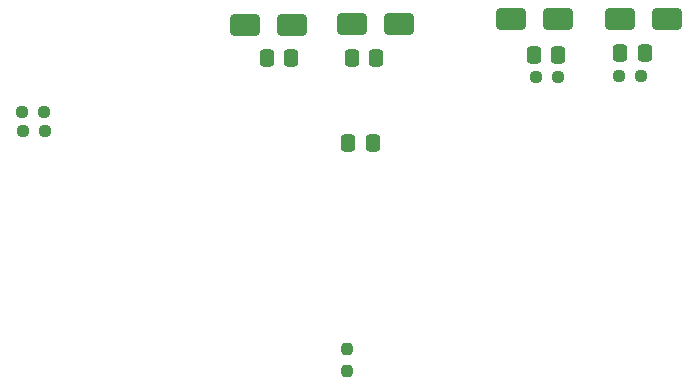
<source format=gbr>
%TF.GenerationSoftware,KiCad,Pcbnew,8.0.1*%
%TF.CreationDate,2024-04-22T23:19:19-07:00*%
%TF.ProjectId,ThrottleControlBoard,5468726f-7474-46c6-9543-6f6e74726f6c,rev?*%
%TF.SameCoordinates,Original*%
%TF.FileFunction,Paste,Bot*%
%TF.FilePolarity,Positive*%
%FSLAX46Y46*%
G04 Gerber Fmt 4.6, Leading zero omitted, Abs format (unit mm)*
G04 Created by KiCad (PCBNEW 8.0.1) date 2024-04-22 23:19:19*
%MOMM*%
%LPD*%
G01*
G04 APERTURE LIST*
G04 Aperture macros list*
%AMRoundRect*
0 Rectangle with rounded corners*
0 $1 Rounding radius*
0 $2 $3 $4 $5 $6 $7 $8 $9 X,Y pos of 4 corners*
0 Add a 4 corners polygon primitive as box body*
4,1,4,$2,$3,$4,$5,$6,$7,$8,$9,$2,$3,0*
0 Add four circle primitives for the rounded corners*
1,1,$1+$1,$2,$3*
1,1,$1+$1,$4,$5*
1,1,$1+$1,$6,$7*
1,1,$1+$1,$8,$9*
0 Add four rect primitives between the rounded corners*
20,1,$1+$1,$2,$3,$4,$5,0*
20,1,$1+$1,$4,$5,$6,$7,0*
20,1,$1+$1,$6,$7,$8,$9,0*
20,1,$1+$1,$8,$9,$2,$3,0*%
G04 Aperture macros list end*
%ADD10RoundRect,0.250000X-1.000000X-0.650000X1.000000X-0.650000X1.000000X0.650000X-1.000000X0.650000X0*%
%ADD11RoundRect,0.250000X1.000000X0.650000X-1.000000X0.650000X-1.000000X-0.650000X1.000000X-0.650000X0*%
%ADD12RoundRect,0.250000X-0.337500X-0.475000X0.337500X-0.475000X0.337500X0.475000X-0.337500X0.475000X0*%
%ADD13RoundRect,0.250000X0.337500X0.475000X-0.337500X0.475000X-0.337500X-0.475000X0.337500X-0.475000X0*%
%ADD14RoundRect,0.237500X0.250000X0.237500X-0.250000X0.237500X-0.250000X-0.237500X0.250000X-0.237500X0*%
%ADD15RoundRect,0.237500X-0.250000X-0.237500X0.250000X-0.237500X0.250000X0.237500X-0.250000X0.237500X0*%
%ADD16RoundRect,0.237500X0.237500X-0.250000X0.237500X0.250000X-0.237500X0.250000X-0.237500X-0.250000X0*%
G04 APERTURE END LIST*
D10*
%TO.C,D17*%
X49930000Y-8470000D03*
X53930000Y-8470000D03*
%TD*%
D11*
%TO.C,D9*%
X63050000Y-8400000D03*
X59050000Y-8400000D03*
%TD*%
D10*
%TO.C,D4*%
X76480000Y-8020000D03*
X72480000Y-8020000D03*
%TD*%
D11*
%TO.C,D2*%
X81710000Y-8020000D03*
X85710000Y-8020000D03*
%TD*%
D12*
%TO.C,C7*%
X83805000Y-10870000D03*
X81730000Y-10870000D03*
%TD*%
D13*
%TO.C,C6*%
X74415000Y-11010000D03*
X76490000Y-11010000D03*
%TD*%
D12*
%TO.C,C5*%
X59030000Y-11270000D03*
X61105000Y-11270000D03*
%TD*%
D13*
%TO.C,C4*%
X53880000Y-11330000D03*
X51805000Y-11330000D03*
%TD*%
%TO.C,C3*%
X58722500Y-18500000D03*
X60797500Y-18500000D03*
%TD*%
D14*
%TO.C,R12*%
X74635000Y-12940000D03*
X76460000Y-12940000D03*
%TD*%
D15*
%TO.C,R11*%
X83495000Y-12840000D03*
X81670000Y-12840000D03*
%TD*%
D16*
%TO.C,R10*%
X58570000Y-35975000D03*
X58570000Y-37800000D03*
%TD*%
D15*
%TO.C,R9*%
X31125000Y-15850000D03*
X32950000Y-15850000D03*
%TD*%
D14*
%TO.C,R8*%
X33002500Y-17505000D03*
X31177500Y-17505000D03*
%TD*%
M02*

</source>
